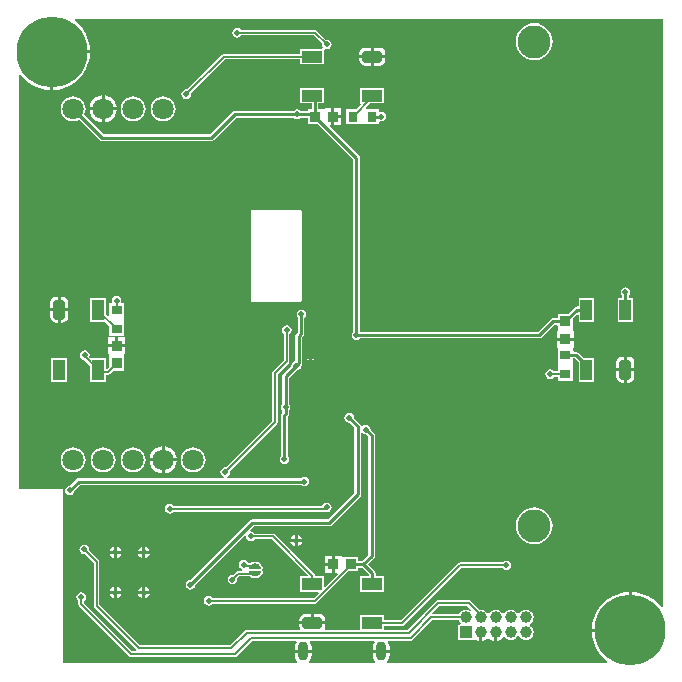
<source format=gbl>
G04*
G04 #@! TF.GenerationSoftware,Altium Limited,Altium Designer,18.1.6 (161)*
G04*
G04 Layer_Physical_Order=2*
G04 Layer_Color=16711680*
%FSLAX44Y44*%
%MOMM*%
G71*
G01*
G75*
%ADD10C,0.2540*%
%ADD25R,0.9200X0.9300*%
%ADD31R,0.7900X0.9300*%
%ADD43R,0.9300X0.7900*%
%ADD45R,0.9300X0.9200*%
%ADD77C,0.1524*%
%ADD78C,0.1778*%
%ADD79C,0.1780*%
%ADD81O,0.9000X1.6000*%
%ADD82C,1.0000*%
%ADD83R,1.0000X1.0000*%
%ADD84C,2.8000*%
%ADD85C,1.8000*%
%ADD86C,0.5000*%
%ADD87C,0.2000*%
%ADD88R,1.0000X1.7000*%
%ADD89R,1.0000X1.7000*%
G04:AMPARAMS|DCode=90|XSize=1.7mm|YSize=1mm|CornerRadius=0.25mm|HoleSize=0mm|Usage=FLASHONLY|Rotation=270.000|XOffset=0mm|YOffset=0mm|HoleType=Round|Shape=RoundedRectangle|*
%AMROUNDEDRECTD90*
21,1,1.7000,0.5000,0,0,270.0*
21,1,1.2000,1.0000,0,0,270.0*
1,1,0.5000,-0.2500,-0.6000*
1,1,0.5000,-0.2500,0.6000*
1,1,0.5000,0.2500,0.6000*
1,1,0.5000,0.2500,-0.6000*
%
%ADD90ROUNDEDRECTD90*%
%ADD91R,1.7000X1.0000*%
%ADD92R,1.7000X1.0000*%
G04:AMPARAMS|DCode=93|XSize=1.7mm|YSize=1mm|CornerRadius=0.25mm|HoleSize=0mm|Usage=FLASHONLY|Rotation=180.000|XOffset=0mm|YOffset=0mm|HoleType=Round|Shape=RoundedRectangle|*
%AMROUNDEDRECTD93*
21,1,1.7000,0.5000,0,0,180.0*
21,1,1.2000,1.0000,0,0,180.0*
1,1,0.5000,-0.6000,0.2500*
1,1,0.5000,0.6000,0.2500*
1,1,0.5000,0.6000,-0.2500*
1,1,0.5000,-0.6000,-0.2500*
%
%ADD93ROUNDEDRECTD93*%
%ADD94R,1.3151X1.7849*%
%ADD95C,6.0000*%
G36*
X547426Y49721D02*
X546157Y49417D01*
X543052Y53052D01*
X539162Y56374D01*
X534800Y59047D01*
X530074Y61005D01*
X525100Y62199D01*
X521250Y62502D01*
Y30000D01*
X520000D01*
Y28750D01*
X487498D01*
X487801Y24900D01*
X488995Y19926D01*
X490953Y15200D01*
X493626Y10838D01*
X496948Y6948D01*
X500583Y3844D01*
X500279Y2573D01*
X314536D01*
X314127Y3464D01*
X314058Y3844D01*
X315114Y5220D01*
X315820Y6923D01*
X316060Y8750D01*
Y11000D01*
X309000D01*
X301940D01*
Y8750D01*
X302180Y6923D01*
X302886Y5220D01*
X303942Y3844D01*
X303873Y3464D01*
X303465Y2573D01*
X248535D01*
X248127Y3464D01*
X248058Y3844D01*
X249114Y5220D01*
X249820Y6923D01*
X250060Y8750D01*
Y11000D01*
X243000D01*
X235940D01*
Y8750D01*
X236180Y6923D01*
X236886Y5220D01*
X237942Y3844D01*
X237873Y3464D01*
X237465Y2573D01*
X40000D01*
Y150000D01*
X2573D01*
Y500279D01*
X3844Y500583D01*
X6948Y496948D01*
X10838Y493626D01*
X15200Y490953D01*
X19926Y488995D01*
X24900Y487801D01*
X28750Y487498D01*
Y520000D01*
X30000D01*
Y521250D01*
X62502D01*
X62199Y525100D01*
X61005Y530074D01*
X59047Y534800D01*
X56374Y539162D01*
X53052Y543052D01*
X49417Y546157D01*
X49721Y547426D01*
X547426D01*
Y49721D01*
D02*
G37*
%LPC*%
G36*
X187000Y540103D02*
X185430Y539790D01*
X184099Y538901D01*
X183209Y537570D01*
X182897Y536000D01*
X183209Y534430D01*
X184099Y533099D01*
X185430Y532210D01*
X187000Y531897D01*
X188570Y532210D01*
X189901Y533099D01*
X190282Y533669D01*
X252035D01*
X259031Y526673D01*
X258897Y526000D01*
X259209Y524430D01*
X259813Y523526D01*
X259248Y522256D01*
X240576D01*
Y518063D01*
X175732D01*
X174840Y517885D01*
X174084Y517380D01*
X144673Y487969D01*
X144000Y488103D01*
X142430Y487790D01*
X141099Y486901D01*
X140210Y485570D01*
X139897Y484000D01*
X140210Y482430D01*
X141099Y481099D01*
X142430Y480210D01*
X144000Y479897D01*
X145570Y480210D01*
X146901Y481099D01*
X147790Y482430D01*
X148103Y484000D01*
X147969Y484673D01*
X176697Y513401D01*
X240576D01*
Y509208D01*
X260624D01*
Y521221D01*
X260814Y521453D01*
X261894Y522117D01*
X263000Y521897D01*
X264570Y522210D01*
X265901Y523099D01*
X266791Y524430D01*
X267103Y526000D01*
X266791Y527570D01*
X265901Y528901D01*
X264570Y529790D01*
X263000Y530103D01*
X262327Y529969D01*
X254648Y537648D01*
X253892Y538153D01*
X253000Y538331D01*
X190282D01*
X189901Y538901D01*
X188570Y539790D01*
X187000Y540103D01*
D02*
G37*
G36*
X307400Y523330D02*
X302650D01*
Y516982D01*
X312498D01*
Y518232D01*
X312110Y520183D01*
X311005Y521837D01*
X309351Y522942D01*
X307400Y523330D01*
D02*
G37*
G36*
X300150D02*
X295400D01*
X293449Y522942D01*
X291795Y521837D01*
X290690Y520183D01*
X290302Y518232D01*
Y516982D01*
X300150D01*
Y523330D01*
D02*
G37*
G36*
X438500Y544099D02*
X435457Y543799D01*
X432531Y542912D01*
X429834Y541470D01*
X427470Y539530D01*
X425530Y537166D01*
X424088Y534469D01*
X423201Y531543D01*
X422901Y528500D01*
X423201Y525457D01*
X424088Y522531D01*
X425530Y519834D01*
X427470Y517470D01*
X429834Y515530D01*
X432531Y514088D01*
X435457Y513201D01*
X438500Y512901D01*
X441543Y513201D01*
X444469Y514088D01*
X447166Y515530D01*
X449530Y517470D01*
X451470Y519834D01*
X452912Y522531D01*
X453799Y525457D01*
X454099Y528500D01*
X453799Y531543D01*
X452912Y534469D01*
X451470Y537166D01*
X449530Y539530D01*
X447166Y541470D01*
X444469Y542912D01*
X441543Y543799D01*
X438500Y544099D01*
D02*
G37*
G36*
X312498Y514482D02*
X302650D01*
Y508134D01*
X307400D01*
X309351Y508522D01*
X311005Y509627D01*
X312110Y511281D01*
X312498Y513232D01*
Y514482D01*
D02*
G37*
G36*
X300150D02*
X290302D01*
Y513232D01*
X290690Y511281D01*
X291795Y509627D01*
X293449Y508522D01*
X295400Y508134D01*
X300150D01*
Y514482D01*
D02*
G37*
G36*
X62502Y518750D02*
X31250D01*
Y487498D01*
X35100Y487801D01*
X40074Y488995D01*
X44800Y490953D01*
X49162Y493626D01*
X53052Y496948D01*
X56374Y500838D01*
X59047Y505200D01*
X61005Y509926D01*
X62199Y514900D01*
X62502Y518750D01*
D02*
G37*
G36*
X311424Y489236D02*
X291376D01*
Y476188D01*
X291376D01*
X291820Y475116D01*
X287878Y471174D01*
X279526D01*
Y458826D01*
X289390D01*
Y458650D01*
X297010D01*
Y458826D01*
X306874D01*
Y460170D01*
X308144Y461067D01*
X309000Y460897D01*
X310570Y461209D01*
X311901Y462099D01*
X312791Y463430D01*
X313103Y465000D01*
X312791Y466570D01*
X311901Y467901D01*
X310570Y468791D01*
X309000Y469103D01*
X308144Y468933D01*
X306874Y469830D01*
Y471174D01*
X297010D01*
Y471350D01*
X296306D01*
X295819Y472523D01*
X299484Y476188D01*
X311424D01*
Y489236D01*
D02*
G37*
G36*
X74850Y482935D02*
Y472750D01*
X85035D01*
X84804Y474502D01*
X83645Y477300D01*
X81802Y479702D01*
X79400Y481545D01*
X76602Y482704D01*
X74850Y482935D01*
D02*
G37*
G36*
X72350D02*
X70598Y482704D01*
X67800Y481545D01*
X65398Y479702D01*
X63555Y477300D01*
X62396Y474502D01*
X62165Y472750D01*
X72350D01*
Y482935D01*
D02*
G37*
G36*
X260624Y489236D02*
X240576D01*
Y476188D01*
X250151D01*
Y471174D01*
X246876D01*
Y469849D01*
X240936D01*
X240901Y469901D01*
X239570Y470790D01*
X238000Y471103D01*
X236430Y470790D01*
X235099Y469901D01*
X235064Y469849D01*
X185000D01*
X185000Y469849D01*
X183910Y469632D01*
X182986Y469014D01*
X182986Y469014D01*
X163820Y449849D01*
X73880D01*
X57435Y466294D01*
X58453Y468753D01*
X58815Y471500D01*
X58453Y474247D01*
X57393Y476807D01*
X55706Y479006D01*
X53507Y480693D01*
X50947Y481753D01*
X48200Y482115D01*
X45453Y481753D01*
X42893Y480693D01*
X40694Y479006D01*
X39007Y476807D01*
X37947Y474247D01*
X37585Y471500D01*
X37947Y468753D01*
X39007Y466193D01*
X40694Y463994D01*
X42893Y462307D01*
X45453Y461247D01*
X48200Y460885D01*
X50947Y461247D01*
X53406Y462265D01*
X70686Y444986D01*
X70686Y444986D01*
X71610Y444368D01*
X72700Y444151D01*
X72700Y444151D01*
X165000D01*
X165000Y444151D01*
X166090Y444368D01*
X167014Y444986D01*
X186180Y464151D01*
X235064D01*
X235099Y464099D01*
X236430Y463209D01*
X238000Y462897D01*
X239570Y463209D01*
X240901Y464099D01*
X240936Y464151D01*
X246876D01*
Y458826D01*
X255145D01*
X285151Y428820D01*
Y282936D01*
X285099Y282901D01*
X284209Y281570D01*
X283897Y280000D01*
X284209Y278430D01*
X285099Y277099D01*
X286430Y276210D01*
X288000Y275897D01*
X289570Y276210D01*
X290901Y277099D01*
X290936Y277151D01*
X443000D01*
X443000Y277151D01*
X444090Y277368D01*
X445014Y277986D01*
X455730Y288701D01*
X457749D01*
X458650Y287810D01*
Y283550D01*
X457850D01*
Y277700D01*
X472150D01*
Y283550D01*
X471350D01*
Y287810D01*
X471174D01*
Y293695D01*
X474918Y297439D01*
X476188Y296913D01*
Y291376D01*
X489236D01*
Y311424D01*
X476188D01*
Y304249D01*
X474850D01*
X473760Y304032D01*
X472836Y303414D01*
X472836Y303414D01*
X467095Y297674D01*
X458826D01*
Y294399D01*
X454550D01*
X454550Y294399D01*
X453460Y294182D01*
X452536Y293564D01*
X452536Y293564D01*
X441820Y282849D01*
X290936D01*
X290901Y282901D01*
X290849Y282936D01*
Y430000D01*
X290849Y430000D01*
X290632Y431090D01*
X290014Y432014D01*
X290014Y432014D01*
X265352Y456677D01*
X265838Y457850D01*
X266850D01*
Y465000D01*
Y472150D01*
X261000D01*
Y471350D01*
X256740D01*
X255849Y472251D01*
Y476188D01*
X260624D01*
Y489236D01*
D02*
G37*
G36*
X275200Y472150D02*
X269350D01*
Y466250D01*
X275200D01*
Y472150D01*
D02*
G37*
G36*
X124400Y482115D02*
X121653Y481753D01*
X119093Y480693D01*
X116894Y479006D01*
X115207Y476807D01*
X114147Y474247D01*
X113785Y471500D01*
X114147Y468753D01*
X115207Y466193D01*
X116894Y463994D01*
X119093Y462307D01*
X121653Y461247D01*
X124400Y460885D01*
X127147Y461247D01*
X129707Y462307D01*
X131906Y463994D01*
X133593Y466193D01*
X134653Y468753D01*
X135015Y471500D01*
X134653Y474247D01*
X133593Y476807D01*
X131906Y479006D01*
X129707Y480693D01*
X127147Y481753D01*
X124400Y482115D01*
D02*
G37*
G36*
X99000D02*
X96253Y481753D01*
X93693Y480693D01*
X91494Y479006D01*
X89807Y476807D01*
X88747Y474247D01*
X88385Y471500D01*
X88747Y468753D01*
X89807Y466193D01*
X91494Y463994D01*
X93693Y462307D01*
X96253Y461247D01*
X99000Y460885D01*
X101747Y461247D01*
X104307Y462307D01*
X106506Y463994D01*
X108193Y466193D01*
X109253Y468753D01*
X109615Y471500D01*
X109253Y474247D01*
X108193Y476807D01*
X106506Y479006D01*
X104307Y480693D01*
X101747Y481753D01*
X99000Y482115D01*
D02*
G37*
G36*
X85035Y470250D02*
X74850D01*
Y460065D01*
X76602Y460296D01*
X79400Y461455D01*
X81802Y463298D01*
X83645Y465700D01*
X84804Y468498D01*
X85035Y470250D01*
D02*
G37*
G36*
X72350D02*
X62165D01*
X62396Y468498D01*
X63555Y465700D01*
X65398Y463298D01*
X67800Y461455D01*
X70598Y460296D01*
X72350Y460065D01*
Y470250D01*
D02*
G37*
G36*
X275200Y463750D02*
X269350D01*
Y457850D01*
X275200D01*
Y463750D01*
D02*
G37*
G36*
X240000Y386150D02*
X200000Y386149D01*
X198834Y385666D01*
X198350Y384500D01*
Y309500D01*
X198834Y308333D01*
X200000Y307850D01*
X240000Y307850D01*
X241166Y308334D01*
X241650Y309500D01*
Y384500D01*
X241166Y385666D01*
X240000Y386150D01*
D02*
G37*
G36*
X38768Y312498D02*
X37518D01*
Y302650D01*
X43866D01*
Y307400D01*
X43478Y309351D01*
X42373Y311005D01*
X40719Y312110D01*
X38768Y312498D01*
D02*
G37*
G36*
X35018D02*
X33768D01*
X31817Y312110D01*
X30163Y311005D01*
X29058Y309351D01*
X28670Y307400D01*
Y302650D01*
X35018D01*
Y312498D01*
D02*
G37*
G36*
X85000Y313103D02*
X83430Y312791D01*
X82099Y311901D01*
X81209Y310570D01*
X80897Y309000D01*
X81067Y308144D01*
X80170Y306874D01*
X78826D01*
Y297010D01*
X78650D01*
Y296306D01*
X77477Y295820D01*
X75812Y297484D01*
Y311424D01*
X62764D01*
Y291376D01*
X75328D01*
X78826Y287878D01*
Y279526D01*
X91174D01*
Y289390D01*
X91350D01*
Y297010D01*
X91174D01*
Y306874D01*
X89830D01*
X88933Y308144D01*
X89103Y309000D01*
X88791Y310570D01*
X87901Y311901D01*
X86570Y312791D01*
X85000Y313103D01*
D02*
G37*
G36*
X515732Y320371D02*
X514162Y320059D01*
X512831Y319169D01*
X511941Y317838D01*
X511629Y316268D01*
X511941Y314698D01*
X512831Y313367D01*
X512883Y313332D01*
Y311424D01*
X509208D01*
Y291376D01*
X522256D01*
Y311424D01*
X518581D01*
Y313332D01*
X518633Y313367D01*
X519523Y314698D01*
X519835Y316268D01*
X519523Y317838D01*
X518633Y319169D01*
X517302Y320059D01*
X515732Y320371D01*
D02*
G37*
G36*
X43866Y300150D02*
X37518D01*
Y290302D01*
X38768D01*
X40719Y290690D01*
X42373Y291795D01*
X43478Y293449D01*
X43866Y295400D01*
Y300150D01*
D02*
G37*
G36*
X35018D02*
X28670D01*
Y295400D01*
X29058Y293449D01*
X30163Y291795D01*
X31817Y290690D01*
X33768Y290302D01*
X35018D01*
Y300150D01*
D02*
G37*
G36*
X250250Y276849D02*
Y273250D01*
X253849D01*
X253710Y273951D01*
X252605Y275605D01*
X250951Y276710D01*
X250250Y276849D01*
D02*
G37*
G36*
X247750D02*
X247049Y276710D01*
X245395Y275605D01*
X244290Y273951D01*
X244151Y273250D01*
X247750D01*
Y276849D01*
D02*
G37*
G36*
X92150Y278200D02*
X86250D01*
Y272350D01*
X92150D01*
Y278200D01*
D02*
G37*
G36*
X83750D02*
X77850D01*
Y272350D01*
X83750D01*
Y278200D01*
D02*
G37*
G36*
X253849Y270750D02*
X244151D01*
X244290Y270049D01*
X245055Y268905D01*
X245292Y268000D01*
X245055Y267095D01*
X244290Y265951D01*
X244151Y265250D01*
X253849D01*
X253710Y265951D01*
X252945Y267095D01*
X252708Y268000D01*
X252945Y268905D01*
X253710Y270049D01*
X253849Y270750D01*
D02*
G37*
G36*
Y262750D02*
X250250D01*
Y259151D01*
X250951Y259290D01*
X252605Y260395D01*
X253710Y262049D01*
X253849Y262750D01*
D02*
G37*
G36*
X247750D02*
X244151D01*
X244290Y262049D01*
X245395Y260395D01*
X247049Y259290D01*
X247750Y259151D01*
Y262750D01*
D02*
G37*
G36*
X518232Y261698D02*
X516982D01*
Y251850D01*
X523330D01*
Y256600D01*
X522942Y258551D01*
X521837Y260205D01*
X520183Y261310D01*
X518232Y261698D01*
D02*
G37*
G36*
X514482D02*
X513232D01*
X511281Y261310D01*
X509627Y260205D01*
X508522Y258551D01*
X508134Y256600D01*
Y251850D01*
X514482D01*
Y261698D01*
D02*
G37*
G36*
X92150Y269850D02*
X85000D01*
X77850D01*
Y264000D01*
X78650D01*
Y259740D01*
X78826D01*
Y253305D01*
X77082Y251561D01*
X75812Y251704D01*
Y260624D01*
X62764D01*
X62764Y260624D01*
Y260624D01*
X61903Y261464D01*
X61815Y261553D01*
X62103Y263000D01*
X61790Y264570D01*
X60901Y265901D01*
X59570Y266791D01*
X58000Y267103D01*
X56430Y266791D01*
X55099Y265901D01*
X54209Y264570D01*
X53897Y263000D01*
X54209Y261430D01*
X55099Y260099D01*
X56430Y259209D01*
X57390Y259018D01*
X62764Y253645D01*
Y240576D01*
X75812D01*
Y246540D01*
X78000D01*
X78941Y246727D01*
X79740Y247260D01*
X82355Y249876D01*
X91174D01*
Y259740D01*
X91350D01*
Y264000D01*
X92150D01*
Y269850D01*
D02*
G37*
G36*
X241450Y301553D02*
X239880Y301241D01*
X238549Y300351D01*
X237659Y299020D01*
X237347Y297450D01*
X237659Y295880D01*
X238151Y295144D01*
Y282180D01*
X236986Y281014D01*
X236368Y280090D01*
X236151Y279000D01*
X236151Y279000D01*
Y257934D01*
X235430Y257791D01*
X234099Y256901D01*
X233209Y255570D01*
X232897Y254000D01*
X232910Y253938D01*
X225986Y247014D01*
X225368Y246090D01*
X225151Y245000D01*
X225151Y245000D01*
Y221936D01*
X225099Y221901D01*
X224209Y220570D01*
X223897Y219000D01*
X224209Y217430D01*
X225099Y216099D01*
X225151Y216064D01*
Y214180D01*
X224986Y214014D01*
X224368Y213090D01*
X224151Y212000D01*
X224151Y212000D01*
Y177936D01*
X224099Y177901D01*
X223209Y176570D01*
X222897Y175000D01*
X223209Y173430D01*
X224099Y172099D01*
X225430Y171209D01*
X227000Y170897D01*
X228570Y171209D01*
X229901Y172099D01*
X230791Y173430D01*
X231103Y175000D01*
X230791Y176570D01*
X229901Y177901D01*
X229849Y177936D01*
Y210820D01*
X230014Y210986D01*
X230014Y210986D01*
X230632Y211910D01*
X230849Y213000D01*
X230849Y213000D01*
Y216064D01*
X230901Y216099D01*
X231791Y217430D01*
X232103Y219000D01*
X231791Y220570D01*
X230901Y221901D01*
X230849Y221936D01*
Y243820D01*
X236938Y249909D01*
X237000Y249897D01*
X238570Y250210D01*
X239901Y251099D01*
X240791Y252430D01*
X241103Y254000D01*
X241085Y254091D01*
X241632Y254910D01*
X241849Y256000D01*
Y277820D01*
X243014Y278986D01*
X243014Y278986D01*
X243632Y279910D01*
X243849Y281000D01*
Y294213D01*
X244351Y294549D01*
X245240Y295880D01*
X245553Y297450D01*
X245240Y299020D01*
X244351Y300351D01*
X243020Y301241D01*
X241450Y301553D01*
D02*
G37*
G36*
X472150Y275200D02*
X457850D01*
X457850Y269350D01*
X458826Y268640D01*
X458826Y268080D01*
Y258810D01*
X458650D01*
Y251190D01*
X458826D01*
Y249260D01*
X455396D01*
X455101Y249701D01*
X453770Y250590D01*
X452200Y250903D01*
X450630Y250590D01*
X449299Y249701D01*
X448410Y248370D01*
X448097Y246800D01*
X448410Y245230D01*
X449299Y243899D01*
X450630Y243009D01*
X452200Y242697D01*
X453770Y243009D01*
X455101Y243899D01*
X455396Y244340D01*
X458826D01*
Y241326D01*
X471174D01*
Y251190D01*
X471350D01*
Y258810D01*
X471174D01*
Y260351D01*
X472620D01*
X476188Y256783D01*
Y240576D01*
X489236D01*
Y260624D01*
X480405D01*
X475814Y265214D01*
X474890Y265832D01*
X473800Y266049D01*
X473800Y266049D01*
X472072D01*
X471174Y266947D01*
X471174Y268640D01*
X472150Y269350D01*
X472150Y269384D01*
Y275200D01*
D02*
G37*
G36*
X42792Y260624D02*
X29744D01*
Y240576D01*
X42792D01*
Y260624D01*
D02*
G37*
G36*
X523330Y249350D02*
X516982D01*
Y239502D01*
X518232D01*
X520183Y239890D01*
X521837Y240995D01*
X522942Y242649D01*
X523330Y244600D01*
Y249350D01*
D02*
G37*
G36*
X514482D02*
X508134D01*
Y244600D01*
X508522Y242649D01*
X509627Y240995D01*
X511281Y239890D01*
X513232Y239502D01*
X514482D01*
Y249350D01*
D02*
G37*
G36*
X125650Y185809D02*
Y175624D01*
X135835D01*
X135604Y177376D01*
X134445Y180174D01*
X132602Y182576D01*
X130200Y184419D01*
X127402Y185578D01*
X125650Y185809D01*
D02*
G37*
G36*
X123150D02*
X121398Y185578D01*
X118600Y184419D01*
X116198Y182576D01*
X114355Y180174D01*
X113196Y177376D01*
X112965Y175624D01*
X123150D01*
Y185809D01*
D02*
G37*
G36*
X229000Y288103D02*
X227430Y287791D01*
X226099Y286901D01*
X225210Y285570D01*
X224897Y284000D01*
X225210Y282430D01*
X226099Y281099D01*
X226669Y280718D01*
Y258965D01*
X217352Y249648D01*
X216847Y248892D01*
X216669Y248000D01*
Y206965D01*
X177673Y167969D01*
X177000Y168103D01*
X175430Y167791D01*
X174099Y166901D01*
X173209Y165570D01*
X172897Y164000D01*
X173209Y162430D01*
X174099Y161099D01*
X175430Y160210D01*
X175888Y160118D01*
X175763Y158848D01*
X53000D01*
X53000Y158848D01*
X51909Y158632D01*
X50985Y158014D01*
X50985Y158014D01*
X45512Y152541D01*
X45450Y152553D01*
X43880Y152240D01*
X42549Y151351D01*
X41659Y150020D01*
X41347Y148450D01*
X41659Y146880D01*
X42549Y145549D01*
X43880Y144660D01*
X45450Y144347D01*
X47020Y144660D01*
X48351Y145549D01*
X49240Y146880D01*
X49553Y148450D01*
X49541Y148512D01*
X54180Y153151D01*
X241063D01*
X241098Y153099D01*
X242429Y152209D01*
X244000Y151897D01*
X245570Y152209D01*
X246901Y153099D01*
X247790Y154430D01*
X248102Y156000D01*
X247790Y157570D01*
X246901Y158901D01*
X245570Y159790D01*
X244000Y160103D01*
X242429Y159790D01*
X241098Y158901D01*
X241063Y158848D01*
X178237D01*
X178112Y160118D01*
X178570Y160210D01*
X179901Y161099D01*
X180791Y162430D01*
X181103Y164000D01*
X180969Y164673D01*
X220648Y204352D01*
X221153Y205108D01*
X221331Y206000D01*
Y247035D01*
X230648Y256352D01*
X231153Y257108D01*
X231331Y258000D01*
Y280718D01*
X231901Y281099D01*
X232791Y282430D01*
X233103Y284000D01*
X232791Y285570D01*
X231901Y286901D01*
X230570Y287791D01*
X229000Y288103D01*
D02*
G37*
G36*
X149800Y184989D02*
X147053Y184627D01*
X144493Y183567D01*
X142294Y181880D01*
X140607Y179681D01*
X139547Y177121D01*
X139185Y174374D01*
X139547Y171627D01*
X140607Y169067D01*
X142294Y166868D01*
X144493Y165181D01*
X147053Y164121D01*
X149800Y163759D01*
X152547Y164121D01*
X155107Y165181D01*
X157306Y166868D01*
X158993Y169067D01*
X160053Y171627D01*
X160415Y174374D01*
X160053Y177121D01*
X158993Y179681D01*
X157306Y181880D01*
X155107Y183567D01*
X152547Y184627D01*
X149800Y184989D01*
D02*
G37*
G36*
X99000D02*
X96253Y184627D01*
X93693Y183567D01*
X91494Y181880D01*
X89807Y179681D01*
X88747Y177121D01*
X88385Y174374D01*
X88747Y171627D01*
X89807Y169067D01*
X91494Y166868D01*
X93693Y165181D01*
X96253Y164121D01*
X99000Y163759D01*
X101747Y164121D01*
X104307Y165181D01*
X106506Y166868D01*
X108193Y169067D01*
X109253Y171627D01*
X109615Y174374D01*
X109253Y177121D01*
X108193Y179681D01*
X106506Y181880D01*
X104307Y183567D01*
X101747Y184627D01*
X99000Y184989D01*
D02*
G37*
G36*
X73600D02*
X70853Y184627D01*
X68293Y183567D01*
X66094Y181880D01*
X64407Y179681D01*
X63347Y177121D01*
X62985Y174374D01*
X63347Y171627D01*
X64407Y169067D01*
X66094Y166868D01*
X68293Y165181D01*
X70853Y164121D01*
X73600Y163759D01*
X76347Y164121D01*
X78907Y165181D01*
X81106Y166868D01*
X82793Y169067D01*
X83853Y171627D01*
X84215Y174374D01*
X83853Y177121D01*
X82793Y179681D01*
X81106Y181880D01*
X78907Y183567D01*
X76347Y184627D01*
X73600Y184989D01*
D02*
G37*
G36*
X48200D02*
X45453Y184627D01*
X42893Y183567D01*
X40694Y181880D01*
X39007Y179681D01*
X37947Y177121D01*
X37585Y174374D01*
X37947Y171627D01*
X39007Y169067D01*
X40694Y166868D01*
X42893Y165181D01*
X45453Y164121D01*
X48200Y163759D01*
X50947Y164121D01*
X53507Y165181D01*
X55706Y166868D01*
X57393Y169067D01*
X58453Y171627D01*
X58815Y174374D01*
X58453Y177121D01*
X57393Y179681D01*
X55706Y181880D01*
X53507Y183567D01*
X50947Y184627D01*
X48200Y184989D01*
D02*
G37*
G36*
X135835Y173124D02*
X125650D01*
Y162939D01*
X127402Y163170D01*
X130200Y164329D01*
X132602Y166172D01*
X134445Y168574D01*
X135604Y171372D01*
X135835Y173124D01*
D02*
G37*
G36*
X123150D02*
X112965D01*
X113196Y171372D01*
X114355Y168574D01*
X116198Y166172D01*
X118600Y164329D01*
X121398Y163170D01*
X123150Y162939D01*
Y173124D01*
D02*
G37*
G36*
X263000Y138103D02*
X261430Y137790D01*
X260099Y136901D01*
X259209Y135570D01*
X259188Y135460D01*
X133196D01*
X132901Y135901D01*
X131570Y136791D01*
X130000Y137103D01*
X128430Y136791D01*
X127099Y135901D01*
X126209Y134570D01*
X125897Y133000D01*
X126209Y131430D01*
X127099Y130099D01*
X128430Y129209D01*
X130000Y128897D01*
X131570Y129209D01*
X132901Y130099D01*
X133196Y130540D01*
X260936D01*
X261430Y130210D01*
X263000Y129897D01*
X264570Y130210D01*
X265901Y131099D01*
X266791Y132430D01*
X267103Y134000D01*
X266791Y135570D01*
X265901Y136901D01*
X264570Y137790D01*
X263000Y138103D01*
D02*
G37*
G36*
X438500Y134099D02*
X435457Y133799D01*
X432531Y132912D01*
X429834Y131470D01*
X427470Y129530D01*
X425530Y127166D01*
X424088Y124469D01*
X423201Y121543D01*
X422901Y118500D01*
X423201Y115457D01*
X424088Y112530D01*
X425530Y109834D01*
X427470Y107470D01*
X429834Y105530D01*
X432531Y104088D01*
X435457Y103201D01*
X438500Y102901D01*
X441543Y103201D01*
X444469Y104088D01*
X447166Y105530D01*
X449530Y107470D01*
X451470Y109834D01*
X452912Y112530D01*
X453799Y115457D01*
X454099Y118500D01*
X453799Y121543D01*
X452912Y124469D01*
X451470Y127166D01*
X449530Y129530D01*
X447166Y131470D01*
X444469Y132912D01*
X441543Y133799D01*
X438500Y134099D01*
D02*
G37*
G36*
X109250Y100849D02*
Y97250D01*
X112849D01*
X112710Y97951D01*
X111605Y99605D01*
X109951Y100710D01*
X109250Y100849D01*
D02*
G37*
G36*
X106750D02*
X106049Y100710D01*
X104395Y99605D01*
X103290Y97951D01*
X103151Y97250D01*
X106750D01*
Y100849D01*
D02*
G37*
G36*
X85250D02*
Y97250D01*
X88849D01*
X88710Y97951D01*
X87605Y99605D01*
X85951Y100710D01*
X85250Y100849D01*
D02*
G37*
G36*
X82750D02*
X82049Y100710D01*
X80395Y99605D01*
X79290Y97951D01*
X79151Y97250D01*
X82750D01*
Y100849D01*
D02*
G37*
G36*
X112849Y94750D02*
X109250D01*
Y91151D01*
X109951Y91290D01*
X111605Y92395D01*
X112710Y94049D01*
X112849Y94750D01*
D02*
G37*
G36*
X106750D02*
X103151D01*
X103290Y94049D01*
X104395Y92395D01*
X106049Y91290D01*
X106750Y91151D01*
Y94750D01*
D02*
G37*
G36*
X88849D02*
X85250D01*
Y91151D01*
X85951Y91290D01*
X87605Y92395D01*
X88710Y94049D01*
X88849Y94750D01*
D02*
G37*
G36*
X82750D02*
X79151D01*
X79290Y94049D01*
X80395Y92395D01*
X82049Y91290D01*
X82750Y91151D01*
Y94750D01*
D02*
G37*
G36*
X57500Y102603D02*
X55930Y102290D01*
X54599Y101401D01*
X53710Y100070D01*
X53397Y98500D01*
X53710Y96930D01*
X54599Y95599D01*
X55930Y94710D01*
X57500Y94397D01*
X58019Y94500D01*
X65539Y86980D01*
Y51000D01*
X65726Y50058D01*
X66260Y49260D01*
X101788Y13731D01*
X101262Y12461D01*
X98020D01*
X57461Y53019D01*
Y54805D01*
X57901Y55099D01*
X58790Y56430D01*
X59103Y58000D01*
X58790Y59570D01*
X57901Y60901D01*
X56570Y61790D01*
X55000Y62103D01*
X53430Y61790D01*
X52099Y60901D01*
X51210Y59570D01*
X50897Y58000D01*
X51210Y56430D01*
X52099Y55099D01*
X52539Y54805D01*
Y52000D01*
X52726Y51058D01*
X53260Y50260D01*
X95260Y8260D01*
X96058Y7726D01*
X97000Y7539D01*
X185000D01*
X185942Y7726D01*
X186740Y8260D01*
X199829Y21348D01*
X236872D01*
X237498Y20078D01*
X236886Y19280D01*
X236180Y17577D01*
X235940Y15750D01*
Y13500D01*
X243000D01*
X250060D01*
Y15750D01*
X249820Y17577D01*
X249114Y19280D01*
X248502Y20078D01*
X249128Y21348D01*
X302872D01*
X303498Y20078D01*
X302886Y19280D01*
X302180Y17577D01*
X301940Y15750D01*
Y13500D01*
X309000D01*
X316060D01*
Y15750D01*
X315820Y17577D01*
X315114Y19280D01*
X314502Y20078D01*
X315128Y21348D01*
X333810D01*
X334752Y21536D01*
X335550Y22069D01*
X352020Y38539D01*
X374558D01*
X374901Y37710D01*
X375947Y36347D01*
X376277Y36094D01*
X375846Y34824D01*
X374076D01*
Y21776D01*
X387124D01*
Y22037D01*
X388394Y22611D01*
X389518Y21749D01*
X391342Y20993D01*
X392050Y20900D01*
Y28300D01*
X394550D01*
Y20900D01*
X395258Y20993D01*
X397082Y21749D01*
X398649Y22951D01*
X399015Y23428D01*
X400285D01*
X400651Y22951D01*
X402218Y21749D01*
X404042Y20993D01*
X404750Y20900D01*
Y28300D01*
X407250D01*
Y20900D01*
X407958Y20993D01*
X409782Y21749D01*
X411349Y22951D01*
X412165Y24014D01*
X413535Y24133D01*
X413734Y24055D01*
X414047Y23647D01*
X415410Y22601D01*
X416997Y21944D01*
X418700Y21720D01*
X420403Y21944D01*
X421990Y22601D01*
X423353Y23647D01*
X424352Y24949D01*
X425037Y25049D01*
X425063D01*
X425748Y24949D01*
X426747Y23647D01*
X428110Y22601D01*
X429697Y21944D01*
X431400Y21720D01*
X433103Y21944D01*
X434690Y22601D01*
X436053Y23647D01*
X437099Y25010D01*
X437756Y26597D01*
X437980Y28300D01*
X437756Y30003D01*
X437099Y31590D01*
X436053Y32953D01*
X434751Y33952D01*
X434651Y34637D01*
Y34663D01*
X434751Y35348D01*
X436053Y36347D01*
X437099Y37710D01*
X437756Y39297D01*
X437980Y41000D01*
X437756Y42703D01*
X437099Y44290D01*
X436053Y45653D01*
X434690Y46699D01*
X433103Y47356D01*
X431400Y47580D01*
X429697Y47356D01*
X428110Y46699D01*
X426747Y45653D01*
X425748Y44351D01*
X425063Y44251D01*
X425037D01*
X424352Y44351D01*
X423353Y45653D01*
X421990Y46699D01*
X420403Y47356D01*
X418700Y47580D01*
X416997Y47356D01*
X415410Y46699D01*
X414047Y45653D01*
X413048Y44351D01*
X412363Y44251D01*
X412337D01*
X411652Y44351D01*
X410653Y45653D01*
X409290Y46699D01*
X407703Y47356D01*
X406000Y47580D01*
X404297Y47356D01*
X402710Y46699D01*
X401347Y45653D01*
X400348Y44351D01*
X399663Y44251D01*
X399637D01*
X398952Y44351D01*
X397953Y45653D01*
X396590Y46699D01*
X395003Y47356D01*
X393300Y47580D01*
X392063Y47417D01*
X384740Y54740D01*
X383942Y55274D01*
X383000Y55461D01*
X357253D01*
X356311Y55274D01*
X355512Y54740D01*
X331107Y30335D01*
X311424D01*
Y33808D01*
X326768D01*
X327710Y33995D01*
X328508Y34528D01*
X376519Y82540D01*
X411804D01*
X412099Y82099D01*
X413430Y81209D01*
X415000Y80897D01*
X416570Y81209D01*
X417901Y82099D01*
X418791Y83430D01*
X419103Y85000D01*
X418791Y86570D01*
X417901Y87901D01*
X416570Y88791D01*
X415000Y89103D01*
X413430Y88791D01*
X412099Y87901D01*
X411804Y87460D01*
X375500D01*
X374558Y87273D01*
X373760Y86740D01*
X325749Y38728D01*
X311424D01*
Y42792D01*
X291376D01*
Y30335D01*
X261667D01*
X261068Y31455D01*
X261310Y31817D01*
X261698Y33768D01*
Y35018D01*
X239502D01*
Y33768D01*
X239890Y31817D01*
X240132Y31455D01*
X239533Y30335D01*
X195000D01*
X194058Y30148D01*
X193260Y29614D01*
X181107Y17461D01*
X105020D01*
X70461Y52020D01*
Y88000D01*
X70274Y88942D01*
X69740Y89740D01*
X61500Y97981D01*
X61603Y98500D01*
X61290Y100070D01*
X60401Y101401D01*
X59070Y102290D01*
X57500Y102603D01*
D02*
G37*
G36*
X192500Y89603D02*
X190930Y89291D01*
X189599Y88401D01*
X188710Y87070D01*
X188397Y85500D01*
X188710Y83930D01*
X189599Y82599D01*
X190930Y81709D01*
X191477Y81601D01*
X191352Y80331D01*
X188000D01*
X187108Y80153D01*
X186352Y79648D01*
X183673Y76969D01*
X183000Y77103D01*
X181430Y76790D01*
X180099Y75901D01*
X179209Y74570D01*
X178897Y73000D01*
X179209Y71430D01*
X180099Y70099D01*
X181430Y69209D01*
X183000Y68897D01*
X184570Y69209D01*
X185901Y70099D01*
X186791Y71430D01*
X187103Y73000D01*
X186969Y73673D01*
X188965Y75669D01*
X197499D01*
X197779Y75455D01*
X197967Y75283D01*
X198034Y75259D01*
X198206Y75127D01*
X198241Y75080D01*
X198351Y75015D01*
X198605Y74820D01*
X198862Y74714D01*
X199232Y74496D01*
X199438Y74467D01*
X199599Y74336D01*
X200221Y74151D01*
X200243Y74142D01*
X200258Y74140D01*
X200539Y74057D01*
X200737Y74077D01*
X200861Y74061D01*
X201047Y73989D01*
X201355Y73996D01*
X202000Y73911D01*
X202917Y74032D01*
X203257Y74039D01*
X203376Y74092D01*
X203723Y74138D01*
X203774Y74135D01*
X204485Y74389D01*
X204597Y74490D01*
X204654Y74514D01*
X204791Y74535D01*
X204970Y74644D01*
X205395Y74820D01*
X205930Y75231D01*
X206162Y75373D01*
X206222Y75455D01*
X206410Y75599D01*
X206486Y75632D01*
X206584Y75733D01*
X206801Y75899D01*
X207011Y76174D01*
X207299Y76471D01*
X207363Y76632D01*
X207370Y76642D01*
X207512Y76743D01*
X207801Y77203D01*
X207880Y77305D01*
X207908Y77373D01*
X208088Y77660D01*
X208125Y77878D01*
X208266Y78048D01*
X208506Y78818D01*
X208558Y78943D01*
X208567Y79014D01*
X208580Y79061D01*
X208564Y79231D01*
X208636Y79594D01*
X208556Y80000D01*
X208561Y80094D01*
X208505Y80253D01*
X208459Y80486D01*
X208385Y80597D01*
X208383Y80602D01*
X208480Y81862D01*
X208524Y81899D01*
X208549Y82218D01*
X208575Y82348D01*
X208704Y82672D01*
X208604Y82905D01*
X208624Y83158D01*
X208239Y84342D01*
X208089Y84517D01*
X208044Y84744D01*
X207616Y85389D01*
X207474Y85485D01*
X207408Y85643D01*
X207124Y85928D01*
X206801Y86349D01*
X206221Y86794D01*
X206033Y86965D01*
X205966Y86990D01*
X205794Y87121D01*
X205759Y87168D01*
X205649Y87233D01*
X205395Y87428D01*
X205138Y87534D01*
X204768Y87752D01*
X204562Y87781D01*
X204401Y87912D01*
X203779Y88097D01*
X203757Y88106D01*
X203742Y88108D01*
X203461Y88192D01*
X203263Y88171D01*
X203139Y88188D01*
X202953Y88260D01*
X202645Y88253D01*
X202000Y88337D01*
X201083Y88217D01*
X200743Y88209D01*
X200624Y88156D01*
X200277Y88111D01*
X200226Y88113D01*
X199515Y87859D01*
X199403Y87759D01*
X199347Y87735D01*
X199209Y87713D01*
X199030Y87604D01*
X198605Y87428D01*
X198070Y87017D01*
X197838Y86875D01*
X197778Y86793D01*
X197600Y86656D01*
X196982Y86740D01*
X196812Y86766D01*
X196331Y86868D01*
X196290Y87070D01*
X195401Y88401D01*
X194070Y89291D01*
X192500Y89603D01*
D02*
G37*
G36*
X109250Y66849D02*
Y63250D01*
X112849D01*
X112710Y63951D01*
X111605Y65605D01*
X109951Y66710D01*
X109250Y66849D01*
D02*
G37*
G36*
X106750D02*
X106049Y66710D01*
X104395Y65605D01*
X103290Y63951D01*
X103151Y63250D01*
X106750D01*
Y66849D01*
D02*
G37*
G36*
X85250D02*
Y63250D01*
X88849D01*
X88710Y63951D01*
X87605Y65605D01*
X85951Y66710D01*
X85250Y66849D01*
D02*
G37*
G36*
X82750D02*
X82049Y66710D01*
X80395Y65605D01*
X79290Y63951D01*
X79151Y63250D01*
X82750D01*
Y66849D01*
D02*
G37*
G36*
X282000Y214103D02*
X280430Y213790D01*
X279099Y212901D01*
X278209Y211570D01*
X277897Y210000D01*
X278209Y208430D01*
X279099Y207099D01*
X280430Y206210D01*
X282000Y205897D01*
X282062Y205910D01*
X286151Y201820D01*
Y146180D01*
X263820Y123849D01*
X200000D01*
X198910Y123632D01*
X197986Y123014D01*
X197986Y123014D01*
X147562Y72590D01*
X147500Y72603D01*
X145930Y72291D01*
X144599Y71401D01*
X143709Y70070D01*
X143397Y68500D01*
X143709Y66930D01*
X144599Y65599D01*
X145930Y64710D01*
X147500Y64397D01*
X149070Y64710D01*
X150401Y65599D01*
X151291Y66930D01*
X151603Y68500D01*
X151590Y68562D01*
X193245Y110216D01*
X194415Y109590D01*
X194397Y109500D01*
X194709Y107930D01*
X195599Y106599D01*
X196930Y105709D01*
X198500Y105397D01*
X200070Y105709D01*
X201401Y106599D01*
X201782Y107169D01*
X216535D01*
X246719Y76985D01*
X246232Y75812D01*
X240576D01*
Y62764D01*
X255853D01*
X256339Y61591D01*
X252080Y57331D01*
X166282D01*
X165901Y57901D01*
X164570Y58790D01*
X163000Y59103D01*
X161430Y58790D01*
X160099Y57901D01*
X159209Y56570D01*
X158897Y55000D01*
X159209Y53430D01*
X160099Y52099D01*
X161430Y51210D01*
X163000Y50897D01*
X164570Y51210D01*
X165901Y52099D01*
X166282Y52669D01*
X253045D01*
X253937Y52847D01*
X254693Y53352D01*
X281167Y79826D01*
X289674D01*
Y83151D01*
X292820D01*
X298551Y77420D01*
Y75812D01*
X291376D01*
Y62764D01*
X311424D01*
Y75812D01*
X304249D01*
Y78600D01*
X304249Y78600D01*
X304032Y79690D01*
X303414Y80614D01*
X303414Y80614D01*
X298029Y86000D01*
X303014Y90986D01*
X303014Y90986D01*
X303632Y91910D01*
X303849Y93000D01*
X303849Y93000D01*
Y195000D01*
X303632Y196090D01*
X303014Y197014D01*
X303014Y197014D01*
X300091Y199938D01*
X300103Y200000D01*
X299790Y201570D01*
X298901Y202901D01*
X297570Y203790D01*
X296000Y204103D01*
X294430Y203790D01*
X293099Y202901D01*
X292508Y202948D01*
X291800Y203244D01*
X291632Y204090D01*
X291014Y205014D01*
X291014Y205014D01*
X286091Y209938D01*
X286103Y210000D01*
X285791Y211570D01*
X284901Y212901D01*
X283570Y213790D01*
X282000Y214103D01*
D02*
G37*
G36*
X112849Y60750D02*
X109250D01*
Y57151D01*
X109951Y57290D01*
X111605Y58395D01*
X112710Y60049D01*
X112849Y60750D01*
D02*
G37*
G36*
X106750D02*
X103151D01*
X103290Y60049D01*
X104395Y58395D01*
X106049Y57290D01*
X106750Y57151D01*
Y60750D01*
D02*
G37*
G36*
X88849D02*
X85250D01*
Y57151D01*
X85951Y57290D01*
X87605Y58395D01*
X88710Y60049D01*
X88849Y60750D01*
D02*
G37*
G36*
X82750D02*
X79151D01*
X79290Y60049D01*
X80395Y58395D01*
X82049Y57290D01*
X82750Y57151D01*
Y60750D01*
D02*
G37*
G36*
X256600Y43866D02*
X251850D01*
Y37518D01*
X261698D01*
Y38768D01*
X261310Y40719D01*
X260205Y42373D01*
X258551Y43478D01*
X256600Y43866D01*
D02*
G37*
G36*
X249350D02*
X244600D01*
X242649Y43478D01*
X240995Y42373D01*
X239890Y40719D01*
X239502Y38768D01*
Y37518D01*
X249350D01*
Y43866D01*
D02*
G37*
G36*
X518750Y62502D02*
X514900Y62199D01*
X509926Y61005D01*
X505200Y59047D01*
X500838Y56374D01*
X496948Y53052D01*
X493626Y49162D01*
X490953Y44800D01*
X488995Y40074D01*
X487801Y35100D01*
X487498Y31250D01*
X518750D01*
Y62502D01*
D02*
G37*
%LPD*%
G36*
X385307Y47213D02*
X384468Y46256D01*
X383890Y46699D01*
X382303Y47356D01*
X380600Y47580D01*
X378897Y47356D01*
X377310Y46699D01*
X375947Y45653D01*
X374901Y44290D01*
X374558Y43461D01*
X352854D01*
X352368Y44635D01*
X358272Y50539D01*
X381981D01*
X385307Y47213D01*
D02*
G37*
G36*
X203930Y86331D02*
X204921Y85747D01*
X205505Y85214D01*
X206242Y84477D01*
X206670Y83832D01*
X207055Y82648D01*
X206320Y81892D01*
X197700D01*
X197174Y82191D01*
X196996Y82699D01*
X197310Y83712D01*
X197885Y84629D01*
X198698Y85468D01*
X200070Y86306D01*
X200781Y86560D01*
X202991Y86611D01*
X203930Y86331D01*
D02*
G37*
G36*
X206826Y80057D02*
X207004Y79549D01*
X206690Y78537D01*
X206115Y77619D01*
X205302Y76781D01*
X203930Y75943D01*
X203219Y75689D01*
X201009Y75638D01*
X200070Y75917D01*
X199079Y76501D01*
X198495Y77035D01*
X197758Y77771D01*
X197330Y78417D01*
X196945Y79600D01*
X197680Y80357D01*
X206300D01*
X206826Y80057D01*
D02*
G37*
G36*
X294430Y196210D02*
X296000Y195897D01*
X296062Y195910D01*
X298151Y193820D01*
Y94180D01*
X292820Y88849D01*
X289674D01*
Y92174D01*
X279810D01*
Y92350D01*
X275550D01*
Y93150D01*
X269700D01*
Y86000D01*
Y78850D01*
X271939D01*
X272425Y77677D01*
X261797Y67049D01*
X260624Y67535D01*
Y75812D01*
X252931D01*
Y76400D01*
X252753Y77292D01*
X252248Y78048D01*
X219148Y111148D01*
X218392Y111653D01*
X217500Y111831D01*
X201782D01*
X201401Y112401D01*
X200070Y113291D01*
X198500Y113603D01*
X198410Y113585D01*
X197784Y114755D01*
X201180Y118151D01*
X265000D01*
X265000Y118151D01*
X266090Y118368D01*
X267014Y118986D01*
X291014Y142986D01*
X291014Y142986D01*
X291632Y143910D01*
X291849Y145000D01*
X291849Y145000D01*
Y196684D01*
X293099Y197099D01*
X294430Y196210D01*
D02*
G37*
%LPC*%
G36*
X238250Y110849D02*
Y107250D01*
X241849D01*
X241710Y107951D01*
X240605Y109605D01*
X238951Y110710D01*
X238250Y110849D01*
D02*
G37*
G36*
X235750D02*
X235049Y110710D01*
X233395Y109605D01*
X232290Y107951D01*
X232151Y107250D01*
X235750D01*
Y110849D01*
D02*
G37*
G36*
X241849Y104750D02*
X238250D01*
Y101151D01*
X238951Y101290D01*
X240605Y102395D01*
X241710Y104049D01*
X241849Y104750D01*
D02*
G37*
G36*
X235750D02*
X232151D01*
X232290Y104049D01*
X233395Y102395D01*
X235049Y101290D01*
X235750Y101151D01*
Y104750D01*
D02*
G37*
G36*
X267200Y93150D02*
X261350D01*
Y87250D01*
X267200D01*
Y93150D01*
D02*
G37*
G36*
Y84750D02*
X261350D01*
Y78850D01*
X267200D01*
Y84750D01*
D02*
G37*
%LPD*%
G54D10*
X241000Y281000D02*
Y297450D01*
X147500Y68500D02*
X200000Y121000D01*
X265000D01*
X282000Y210000D02*
X289000Y203000D01*
Y145000D02*
Y203000D01*
X265000Y121000D02*
X289000Y145000D01*
X53000Y156000D02*
X244000D01*
X45450Y148450D02*
X53000Y156000D01*
X301000Y93000D02*
Y195000D01*
X296000Y200000D02*
X301000Y195000D01*
X294000Y86000D02*
X301000Y93000D01*
X301400Y69288D02*
Y78600D01*
X294000Y86000D02*
X301400Y78600D01*
X283550Y86000D02*
X294000D01*
X253000Y465000D02*
X288000Y430000D01*
Y280000D02*
Y430000D01*
X454550Y291550D02*
X465000D01*
X443000Y280000D02*
X454550Y291550D01*
X288000Y280000D02*
X443000D01*
X482712Y250600D02*
Y254288D01*
X473800Y263200D02*
X482712Y254288D01*
X465000Y263200D02*
X473800D01*
X465000Y291550D02*
X474850Y301400D01*
X482712D01*
X301400Y465000D02*
X309000D01*
X515732Y301400D02*
Y316268D01*
X228000Y213000D02*
Y219000D01*
X227000Y212000D02*
X228000Y213000D01*
X227000Y175000D02*
Y212000D01*
X239000Y279000D02*
X241000Y281000D01*
X239000Y256000D02*
Y279000D01*
X237000Y254000D02*
X239000Y256000D01*
X228000Y245000D02*
X237000Y254000D01*
X228000Y219000D02*
Y245000D01*
X285000Y465000D02*
Y466312D01*
X250600Y482712D02*
X253000Y480312D01*
Y465000D02*
Y480312D01*
X251000Y467000D02*
X253000Y465000D01*
X238000Y467000D02*
X251000D01*
X48200Y471500D02*
X72700Y447000D01*
X165000D01*
X185000Y467000D01*
X238000D01*
G54D25*
X268450Y86000D02*
D03*
X283550D02*
D03*
X268100Y465000D02*
D03*
X253000D02*
D03*
G54D31*
X285000D02*
D03*
X301400D02*
D03*
G54D43*
X465000Y246800D02*
D03*
Y263200D02*
D03*
X85000Y285000D02*
D03*
Y301400D02*
D03*
G54D45*
X465000Y291550D02*
D03*
Y276450D02*
D03*
X85000Y256000D02*
D03*
Y271100D02*
D03*
G54D77*
X206305Y82654D02*
G03*
X202000Y85993I-4305J-1105D01*
G01*
X198288Y83994D02*
G03*
X197695Y82654I3711J-2446D01*
G01*
X200512Y76512D02*
G03*
X206305Y79594I1488J4188D01*
G01*
X202000Y85993D02*
G03*
X198469Y84248I0J-4445D01*
G01*
D02*
G03*
X198288Y83994I3531J-2700D01*
G01*
X198469Y78000D02*
G03*
X200512Y76512I3531J2700D01*
G01*
X197695Y79594D02*
G03*
X198469Y78000I4305J1105D01*
G01*
X177000Y164000D02*
X219000Y206000D01*
Y248000D01*
X229000Y258000D01*
Y284000D01*
X163000Y55000D02*
X253045D01*
X283550Y85505D01*
Y86000D01*
X250600Y69288D02*
Y76400D01*
X217500Y109500D02*
X250600Y76400D01*
X198500Y109500D02*
X217500D01*
X198469Y78000D02*
X202000D01*
X188000D02*
X198469D01*
X183000Y73000D02*
X188000Y78000D01*
X198469Y84248D02*
X202000D01*
X193752D02*
X198469D01*
X192500Y85500D02*
X193752Y84248D01*
X285000Y465000D02*
X301400Y481400D01*
X253000Y536000D02*
X263000Y526000D01*
X187000Y536000D02*
X253000D01*
X144000Y484000D02*
X175732Y515732D01*
X250600D01*
X85000Y301400D02*
Y309000D01*
X69288Y300712D02*
Y301400D01*
Y300712D02*
X85000Y285000D01*
X301400Y481400D02*
Y482712D01*
G54D78*
X375500Y85000D02*
X415000D01*
X326768Y36268D02*
X375500Y85000D01*
X301400Y36268D02*
X326768D01*
X130000Y133000D02*
X263000D01*
X452200Y246800D02*
X465000D01*
X69288Y250600D02*
X70888Y249000D01*
X78000D01*
X85000Y256000D01*
X58000Y261888D02*
Y263000D01*
Y261888D02*
X69288Y250600D01*
G54D79*
X97000Y10000D02*
X185000D01*
X55000Y52000D02*
Y58000D01*
Y52000D02*
X97000Y10000D01*
X104000Y15000D02*
X182126D01*
X57500Y98500D02*
X68000Y88000D01*
Y51000D02*
Y88000D01*
Y51000D02*
X104000Y15000D01*
X195000Y27874D02*
X332126D01*
X198810Y23810D02*
X333810D01*
X182126Y15000D02*
X195000Y27874D01*
X185000Y10000D02*
X198810Y23810D01*
X332126Y27874D02*
X357253Y53000D01*
X383000D01*
X393300Y42700D01*
Y41000D02*
Y42700D01*
X333810Y23810D02*
X351000Y41000D01*
X380600D01*
G54D81*
X243000Y12250D02*
D03*
X309000D02*
D03*
G54D82*
X431400Y41000D02*
D03*
Y28300D02*
D03*
X418700Y41000D02*
D03*
Y28300D02*
D03*
X406000Y41000D02*
D03*
Y28300D02*
D03*
X393300Y41000D02*
D03*
Y28300D02*
D03*
X380600Y41000D02*
D03*
G54D83*
Y28300D02*
D03*
G54D84*
X438500Y528500D02*
D03*
Y118500D02*
D03*
G54D85*
X124400Y471500D02*
D03*
X99000D02*
D03*
X73600D02*
D03*
X48200D02*
D03*
X124400Y174374D02*
D03*
X99000D02*
D03*
X73600D02*
D03*
X48200D02*
D03*
X149800D02*
D03*
G54D86*
X249000Y264000D02*
D03*
Y272000D02*
D03*
X177000Y164000D02*
D03*
X229000Y284000D02*
D03*
X241450Y297450D02*
D03*
X237000Y106000D02*
D03*
X108000Y62000D02*
D03*
X84000D02*
D03*
Y96000D02*
D03*
X108000D02*
D03*
X57500Y98500D02*
D03*
X55000Y58000D02*
D03*
X163000Y55000D02*
D03*
X198500Y109500D02*
D03*
X192500Y85500D02*
D03*
X183000Y73000D02*
D03*
X147500Y68500D02*
D03*
X282000Y210000D02*
D03*
X263000Y134000D02*
D03*
X244000Y156000D02*
D03*
X45450Y148450D02*
D03*
X296000Y200000D02*
D03*
X130000Y133000D02*
D03*
X452200Y246800D02*
D03*
X415000Y85000D02*
D03*
X288000Y280000D02*
D03*
X309000Y465000D02*
D03*
X515732Y316268D02*
D03*
X227000Y175000D02*
D03*
X237000Y254000D02*
D03*
X228000Y219000D02*
D03*
X263000Y526000D02*
D03*
X187000Y536000D02*
D03*
X144000Y484000D02*
D03*
X85000Y309000D02*
D03*
X58000Y263000D02*
D03*
X238000Y467000D02*
D03*
G54D87*
X202000Y84248D02*
D03*
Y78000D02*
D03*
G54D88*
X69288Y250600D02*
D03*
Y301400D02*
D03*
X482712Y250600D02*
D03*
Y301400D02*
D03*
G54D89*
X36268Y250600D02*
D03*
X515732Y301400D02*
D03*
G54D90*
X36268D02*
D03*
X515732Y250600D02*
D03*
G54D91*
X250600Y482712D02*
D03*
X301400D02*
D03*
X250600Y69288D02*
D03*
X301400D02*
D03*
G54D92*
X250600Y515732D02*
D03*
X301400Y36268D02*
D03*
G54D93*
Y515732D02*
D03*
X250600Y36268D02*
D03*
G54D94*
X250424Y267925D02*
D03*
G54D95*
X520000Y30000D02*
D03*
X30000Y520000D02*
D03*
M02*

</source>
